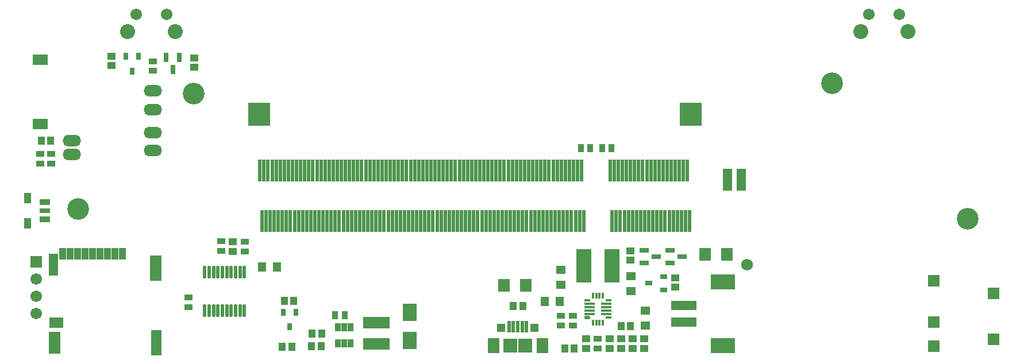
<source format=gbs>
%FSLAX25Y25*%
%MOIN*%
G70*
G01*
G75*
G04 Layer_Color=16711935*
%ADD10R,0.04331X0.03937*%
%ADD11R,0.05000X0.04000*%
%ADD12R,0.03937X0.02756*%
%ADD13R,0.04000X0.03500*%
%ADD14R,0.04000X0.05000*%
%ADD15R,0.02756X0.03937*%
%ADD16R,0.03500X0.04000*%
%ADD17R,0.05906X0.04724*%
%ADD18R,0.06496X0.06299*%
%ADD19O,0.07874X0.02362*%
%ADD20O,0.06693X0.01378*%
%ADD21R,0.03543X0.02559*%
%ADD22C,0.06063*%
%ADD23R,0.06299X0.06496*%
%ADD24R,0.03347X0.02362*%
%ADD25R,0.02362X0.03347*%
%ADD26R,0.18504X0.07874*%
%ADD27R,0.01575X0.03937*%
%ADD28R,0.01181X0.04724*%
%ADD29R,0.03937X0.04331*%
%ADD30R,0.10827X0.03937*%
%ADD31C,0.01000*%
%ADD32C,0.00700*%
%ADD33C,0.01200*%
%ADD34C,0.06000*%
%ADD35C,0.02000*%
%ADD36C,0.04000*%
%ADD37C,0.03000*%
%ADD38R,0.18110X0.12598*%
%ADD39R,0.27559X0.09055*%
%ADD40R,0.27953X0.09449*%
%ADD41R,0.11417X0.12992*%
%ADD42R,0.05906X0.07874*%
%ADD43R,0.05906X0.05906*%
%ADD44C,0.05906*%
%ADD45C,0.11811*%
%ADD46C,0.07874*%
%ADD47C,0.02400*%
%ADD48C,0.06693*%
%ADD49C,0.04724*%
%ADD50C,0.05512*%
%ADD51C,0.03937*%
%ADD52C,0.04000*%
%ADD53R,0.05000X0.12000*%
%ADD54O,0.09843X0.05906*%
%ADD55R,0.07677X0.05512*%
%ADD56R,0.03150X0.06299*%
%ADD57R,0.03347X0.06299*%
%ADD58R,0.06299X0.13780*%
%ADD59R,0.05906X0.12205*%
%ADD60R,0.05512X0.13780*%
%ADD61R,0.04724X0.12205*%
%ADD62O,0.01378X0.06693*%
%ADD63R,0.02559X0.04331*%
%ADD64R,0.14567X0.05906*%
%ADD65R,0.07087X0.09449*%
%ADD66R,0.07087X0.07480*%
%ADD67R,0.01575X0.05906*%
%ADD68R,0.00984X0.02756*%
%ADD69R,0.05512X0.00984*%
%ADD70R,0.02756X0.00984*%
G04:AMPARAMS|DCode=71|XSize=27.56mil|YSize=9.84mil|CornerRadius=3.69mil|HoleSize=0mil|Usage=FLASHONLY|Rotation=0.000|XOffset=0mil|YOffset=0mil|HoleType=Round|Shape=RoundedRectangle|*
%AMROUNDEDRECTD71*
21,1,0.02756,0.00246,0,0,0.0*
21,1,0.02018,0.00984,0,0,0.0*
1,1,0.00738,0.01009,-0.00123*
1,1,0.00738,-0.01009,-0.00123*
1,1,0.00738,-0.01009,0.00123*
1,1,0.00738,0.01009,0.00123*
%
%ADD71ROUNDEDRECTD71*%
%ADD72R,0.04724X0.02362*%
%ADD73R,0.13780X0.04724*%
%ADD74R,0.13386X0.07874*%
%ADD75R,0.01378X0.11811*%
%ADD76R,0.11811X0.12598*%
%ADD77R,0.07874X0.18504*%
%ADD78R,0.07874X0.05512*%
%ADD79R,0.05512X0.02362*%
%ADD80R,0.05512X0.02953*%
%ADD81R,0.03150X0.05118*%
%ADD82R,0.02362X0.04724*%
%ADD83R,0.06071X0.06000*%
%ADD84R,0.06000X0.06000*%
%ADD85C,0.01258*%
%ADD86C,0.00787*%
%ADD87C,0.00500*%
%ADD88C,0.00984*%
%ADD89C,0.02362*%
%ADD90C,0.00780*%
%ADD91C,0.00600*%
%ADD92C,0.00800*%
%ADD93R,0.12050X0.04000*%
%ADD94R,0.04000X0.12050*%
%ADD95R,0.07480X0.11811*%
%ADD96R,0.11811X0.07480*%
%ADD97R,0.05131X0.04737*%
%ADD98R,0.05800X0.04800*%
%ADD99R,0.04737X0.03556*%
%ADD100R,0.04800X0.04300*%
%ADD101R,0.04800X0.05800*%
%ADD102R,0.03556X0.04737*%
%ADD103R,0.04300X0.04800*%
%ADD104R,0.06706X0.05524*%
%ADD105R,0.07296X0.07099*%
%ADD106O,0.08674X0.03162*%
%ADD107O,0.07493X0.02178*%
%ADD108R,0.04343X0.03359*%
%ADD109C,0.06863*%
%ADD110R,0.07099X0.07296*%
%ADD111R,0.04147X0.03162*%
%ADD112R,0.03162X0.04147*%
%ADD113R,0.19304X0.08674*%
%ADD114R,0.02375X0.04737*%
%ADD115R,0.01981X0.05524*%
%ADD116R,0.04737X0.05131*%
%ADD117R,0.11627X0.04737*%
%ADD118R,0.06706X0.08674*%
%ADD119R,0.06706X0.06706*%
%ADD120C,0.06706*%
%ADD121C,0.12611*%
%ADD122C,0.08674*%
%ADD123R,0.05800X0.12800*%
%ADD124O,0.10642X0.06706*%
%ADD125R,0.08477X0.06312*%
%ADD126R,0.03950X0.07099*%
%ADD127R,0.04147X0.07099*%
%ADD128R,0.07099X0.14579*%
%ADD129R,0.06706X0.13005*%
%ADD130R,0.06312X0.14579*%
%ADD131R,0.05524X0.13005*%
%ADD132O,0.02178X0.07493*%
%ADD133R,0.03359X0.05131*%
%ADD134R,0.15367X0.06706*%
%ADD135R,0.07887X0.10249*%
%ADD136R,0.07887X0.08280*%
%ADD137R,0.02375X0.06706*%
%ADD138R,0.01784X0.03556*%
%ADD139R,0.06312X0.01784*%
%ADD140R,0.03556X0.01784*%
G04:AMPARAMS|DCode=141|XSize=35.56mil|YSize=17.84mil|CornerRadius=7.69mil|HoleSize=0mil|Usage=FLASHONLY|Rotation=0.000|XOffset=0mil|YOffset=0mil|HoleType=Round|Shape=RoundedRectangle|*
%AMROUNDEDRECTD141*
21,1,0.03556,0.00246,0,0,0.0*
21,1,0.02018,0.01784,0,0,0.0*
1,1,0.01538,0.01009,-0.00123*
1,1,0.01538,-0.01009,-0.00123*
1,1,0.01538,-0.01009,0.00123*
1,1,0.01538,0.01009,0.00123*
%
%ADD141ROUNDEDRECTD141*%
%ADD142R,0.05524X0.03162*%
%ADD143R,0.14579X0.05524*%
%ADD144R,0.14186X0.08674*%
%ADD145R,0.02178X0.12611*%
%ADD146R,0.12611X0.13398*%
%ADD147R,0.08674X0.19304*%
%ADD148R,0.08674X0.06312*%
%ADD149R,0.06312X0.03162*%
%ADD150R,0.06312X0.03753*%
%ADD151R,0.03950X0.05918*%
%ADD152R,0.03162X0.05524*%
%ADD153R,0.06871X0.06800*%
%ADD154R,0.06800X0.06800*%
D98*
X25000Y-68325D02*
D03*
Y-59675D02*
D03*
X65748Y-72037D02*
D03*
Y-63386D02*
D03*
X74016Y-83076D02*
D03*
Y-91727D02*
D03*
D99*
X-211700Y55988D02*
D03*
Y61500D02*
D03*
X-270626Y7756D02*
D03*
Y2244D02*
D03*
X-277126Y7756D02*
D03*
Y2244D02*
D03*
X-190945Y-75590D02*
D03*
Y-81103D02*
D03*
X-172047Y-42913D02*
D03*
Y-48425D02*
D03*
X-158400Y-43244D02*
D03*
Y-48756D02*
D03*
X24803Y-86220D02*
D03*
Y-91732D02*
D03*
X31890Y-91732D02*
D03*
Y-86220D02*
D03*
X46457Y-105118D02*
D03*
Y-99606D02*
D03*
D100*
X-165354Y-48813D02*
D03*
Y-43313D02*
D03*
X39764Y-105112D02*
D03*
Y-99612D02*
D03*
X53150Y-105112D02*
D03*
Y-99612D02*
D03*
X59842D02*
D03*
Y-105112D02*
D03*
X66535Y-99612D02*
D03*
Y-105112D02*
D03*
X73228Y-99618D02*
D03*
Y-105118D02*
D03*
X65354Y-48431D02*
D03*
Y-53931D02*
D03*
X91339Y-69679D02*
D03*
Y-64179D02*
D03*
X-235800Y59050D02*
D03*
Y64550D02*
D03*
X-187700Y63600D02*
D03*
Y58100D02*
D03*
D101*
X-148425Y-57900D02*
D03*
X-139775D02*
D03*
X24404Y-77953D02*
D03*
X15753D02*
D03*
D102*
X-100394Y-85827D02*
D03*
X-105906D02*
D03*
X54331Y11024D02*
D03*
X48819D02*
D03*
X42126D02*
D03*
X36614D02*
D03*
D103*
X-270876Y15500D02*
D03*
X-276376D02*
D03*
X-129927Y-77559D02*
D03*
X-135427D02*
D03*
X-119679Y-103937D02*
D03*
X-114179D02*
D03*
X-136608Y-104331D02*
D03*
X-131108D02*
D03*
X-119285Y-96457D02*
D03*
X-113785D02*
D03*
X27171Y-105118D02*
D03*
X32671D02*
D03*
X59854Y-92126D02*
D03*
X65354D02*
D03*
X-2650Y-80500D02*
D03*
X2850D02*
D03*
D109*
X133071Y-56693D02*
D03*
D110*
X4500Y-68500D02*
D03*
X-8000D02*
D03*
X108760Y-50394D02*
D03*
X121260D02*
D03*
D111*
X84547Y-63583D02*
D03*
Y-71063D02*
D03*
X76083Y-67323D02*
D03*
D112*
X-136141Y-84207D02*
D03*
X-128661D02*
D03*
X-132401Y-92671D02*
D03*
X-227480Y64400D02*
D03*
X-220000D02*
D03*
X-223740Y55935D02*
D03*
D116*
X-9646Y-93079D02*
D03*
X9646D02*
D03*
D118*
X14173Y-103512D02*
D03*
X-14173D02*
D03*
D119*
X-279528Y-54803D02*
D03*
D120*
Y-64803D02*
D03*
Y-74803D02*
D03*
Y-84803D02*
D03*
X-203740Y88677D02*
D03*
X-221457D02*
D03*
X203740D02*
D03*
X221457D02*
D03*
D121*
X-188150Y42835D02*
D03*
X-255079Y-24094D02*
D03*
X260984Y-30000D02*
D03*
X182244Y48740D02*
D03*
D122*
X-198819Y78835D02*
D03*
X-226378D02*
D03*
X198819D02*
D03*
X226378D02*
D03*
D123*
X129528Y-7087D02*
D03*
X121653D02*
D03*
D124*
X-258870Y15390D02*
D03*
Y7516D02*
D03*
X-211626Y20114D02*
D03*
Y33500D02*
D03*
Y9878D02*
D03*
Y44524D02*
D03*
D125*
X-267749Y-90258D02*
D03*
D126*
X-242355Y-50100D02*
D03*
X-238025D02*
D03*
X-251017D02*
D03*
X-259678D02*
D03*
X-229363D02*
D03*
X-233694D02*
D03*
X-255348D02*
D03*
X-246686D02*
D03*
D127*
X-264206D02*
D03*
D128*
X-210171Y-58565D02*
D03*
D129*
X-268635Y-101872D02*
D03*
D130*
X-209763Y-101900D02*
D03*
D131*
X-269226Y-56596D02*
D03*
D132*
X-158584Y-83220D02*
D03*
X-161143D02*
D03*
X-163702D02*
D03*
X-166261D02*
D03*
X-168821D02*
D03*
X-171379D02*
D03*
X-173939D02*
D03*
X-176498D02*
D03*
X-179057D02*
D03*
X-181616D02*
D03*
X-158584Y-60780D02*
D03*
X-161143D02*
D03*
X-163702D02*
D03*
X-166261D02*
D03*
X-168821D02*
D03*
X-171379D02*
D03*
X-173939D02*
D03*
X-176498D02*
D03*
X-179057D02*
D03*
X-181616D02*
D03*
D133*
X-96983Y-102249D02*
D03*
X-100723D02*
D03*
X-104463D02*
D03*
Y-92800D02*
D03*
X-100723D02*
D03*
X-96983D02*
D03*
D134*
X-81914Y-90385D02*
D03*
Y-102621D02*
D03*
D135*
X-62663Y-100471D02*
D03*
Y-84329D02*
D03*
D136*
X-4528Y-103512D02*
D03*
X4331D02*
D03*
D137*
X-5118Y-92488D02*
D03*
X-2559D02*
D03*
X0D02*
D03*
X2559D02*
D03*
X5118D02*
D03*
D138*
X43504Y-74410D02*
D03*
X47441D02*
D03*
X45472D02*
D03*
X49409D02*
D03*
Y-90158D02*
D03*
X45472D02*
D03*
X47441D02*
D03*
X43504D02*
D03*
D139*
X41535Y-79331D02*
D03*
Y-85236D02*
D03*
Y-83268D02*
D03*
Y-81299D02*
D03*
X51378D02*
D03*
Y-83268D02*
D03*
Y-85236D02*
D03*
Y-79331D02*
D03*
D140*
X40157Y-77362D02*
D03*
X52756Y-87205D02*
D03*
Y-77362D02*
D03*
D141*
X40157Y-87205D02*
D03*
D142*
X80315Y-51968D02*
D03*
X73228Y-48228D02*
D03*
Y-55709D02*
D03*
X95276Y-51968D02*
D03*
X88189Y-48228D02*
D03*
Y-55709D02*
D03*
D143*
X96260Y-89961D02*
D03*
Y-80118D02*
D03*
D144*
X118898Y-103543D02*
D03*
Y-66535D02*
D03*
D145*
X96063Y-1969D02*
D03*
X98425D02*
D03*
X93701D02*
D03*
X91339D02*
D03*
X88976D02*
D03*
X86614D02*
D03*
X84252D02*
D03*
X79528D02*
D03*
X77165D02*
D03*
X74803D02*
D03*
X72441D02*
D03*
X70079D02*
D03*
X67716D02*
D03*
X65354D02*
D03*
X62992D02*
D03*
X60630D02*
D03*
X58268D02*
D03*
X55905D02*
D03*
X81890D02*
D03*
X53543D02*
D03*
X37008D02*
D03*
X34646D02*
D03*
X32283D02*
D03*
X29921D02*
D03*
X27559D02*
D03*
X25197D02*
D03*
X22835D02*
D03*
X20472D02*
D03*
X18110D02*
D03*
X15748D02*
D03*
X13386D02*
D03*
X11024D02*
D03*
X8661D02*
D03*
X6299D02*
D03*
X3937D02*
D03*
X1575D02*
D03*
X-787D02*
D03*
X-3150D02*
D03*
X-5512D02*
D03*
X-7874D02*
D03*
X-10236D02*
D03*
X-12598D02*
D03*
X-14961D02*
D03*
X-19685D02*
D03*
X-22047D02*
D03*
X-24409D02*
D03*
X-26772D02*
D03*
X-29134D02*
D03*
X-31496D02*
D03*
X-33858D02*
D03*
X-36220D02*
D03*
X-38583D02*
D03*
X-40945D02*
D03*
X-43307D02*
D03*
X-45669D02*
D03*
X-48031D02*
D03*
X-50394D02*
D03*
X-52756D02*
D03*
X-55118D02*
D03*
X-57480D02*
D03*
X-59842D02*
D03*
X-62205D02*
D03*
X-64567D02*
D03*
X-66929D02*
D03*
X-69291D02*
D03*
X-71653D02*
D03*
X-74016D02*
D03*
X-76378D02*
D03*
X-78740D02*
D03*
X-81102D02*
D03*
X-83465D02*
D03*
X-85827D02*
D03*
X-88189D02*
D03*
X-90551D02*
D03*
X-92913D02*
D03*
X-95276D02*
D03*
X-97638D02*
D03*
X-100000D02*
D03*
X-102362D02*
D03*
X-104724D02*
D03*
X-107087D02*
D03*
X-109449D02*
D03*
X-111811D02*
D03*
X-114173D02*
D03*
X-116535D02*
D03*
X-118898D02*
D03*
X-121260D02*
D03*
X-123622D02*
D03*
X-125984D02*
D03*
X-128347D02*
D03*
X-130709D02*
D03*
X-133071D02*
D03*
X-135433D02*
D03*
X-137795D02*
D03*
X-140157D02*
D03*
X-142520D02*
D03*
X-144882D02*
D03*
X-147244D02*
D03*
X-149606D02*
D03*
X-148425Y-31102D02*
D03*
X-146063D02*
D03*
X-143701D02*
D03*
X-141339D02*
D03*
X-138976D02*
D03*
X-136614D02*
D03*
X-134252D02*
D03*
X-131890D02*
D03*
X-129528D02*
D03*
X-127165D02*
D03*
X-124803D02*
D03*
X-122441D02*
D03*
X-120079D02*
D03*
X-117717D02*
D03*
X-115354D02*
D03*
X-112992D02*
D03*
X-110630D02*
D03*
X-108268D02*
D03*
X-105905D02*
D03*
X-103543D02*
D03*
X-101181D02*
D03*
X-98819D02*
D03*
X-96457D02*
D03*
X-94095D02*
D03*
X-91732D02*
D03*
X-89370D02*
D03*
X-87008D02*
D03*
X-84646D02*
D03*
X-82284D02*
D03*
X-79921D02*
D03*
X-77559D02*
D03*
X-75197D02*
D03*
X-72835D02*
D03*
X-70473D02*
D03*
X-68110D02*
D03*
X-65748D02*
D03*
X-63386D02*
D03*
X-61024D02*
D03*
X-58661D02*
D03*
X-56299D02*
D03*
X-53937D02*
D03*
X-51575D02*
D03*
X-49213D02*
D03*
X-46850D02*
D03*
X-44488D02*
D03*
X-42126D02*
D03*
X-39764D02*
D03*
X-37402D02*
D03*
X-35039D02*
D03*
X-32677D02*
D03*
X-30315D02*
D03*
X-27953D02*
D03*
X-25591D02*
D03*
X-23228D02*
D03*
X-20866D02*
D03*
X-18504D02*
D03*
X-16142D02*
D03*
X-13780D02*
D03*
X-11417D02*
D03*
X-9055D02*
D03*
X-6693D02*
D03*
X-4331D02*
D03*
X-1969D02*
D03*
X394D02*
D03*
X2756D02*
D03*
X5118D02*
D03*
X7480D02*
D03*
X9843D02*
D03*
X12205D02*
D03*
X14567D02*
D03*
X16929D02*
D03*
X19291D02*
D03*
X21654D02*
D03*
X24016D02*
D03*
X26378D02*
D03*
X28740D02*
D03*
X31102D02*
D03*
X33465D02*
D03*
X35827D02*
D03*
X38189D02*
D03*
X54724D02*
D03*
X83071D02*
D03*
X57087D02*
D03*
X59449D02*
D03*
X61811D02*
D03*
X64173D02*
D03*
X66535D02*
D03*
X68898D02*
D03*
X71260D02*
D03*
X73622D02*
D03*
X75984D02*
D03*
X78347D02*
D03*
X80709D02*
D03*
X85433D02*
D03*
X87795D02*
D03*
X90158D02*
D03*
X92520D02*
D03*
X94882D02*
D03*
X99606D02*
D03*
X97244D02*
D03*
X-17323Y-1969D02*
D03*
D146*
X-150000Y30709D02*
D03*
X100394D02*
D03*
D147*
X54543Y-57087D02*
D03*
X38370D02*
D03*
D148*
X-277126Y62402D02*
D03*
Y25000D02*
D03*
D149*
X-274410Y-25197D02*
D03*
D150*
Y-30315D02*
D03*
Y-20079D02*
D03*
D151*
X-284252Y-32480D02*
D03*
Y-17913D02*
D03*
D152*
X-200160Y56613D02*
D03*
X-196420Y63700D02*
D03*
X-203900D02*
D03*
D153*
X241439Y-65735D02*
D03*
X276084Y-73224D02*
D03*
D154*
X241439Y-89751D02*
D03*
Y-103924D02*
D03*
X276084Y-99987D02*
D03*
M02*

</source>
